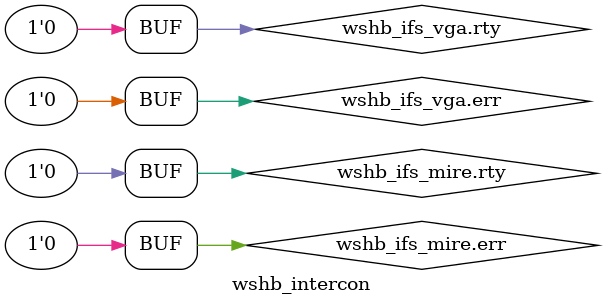
<source format=sv>
module wshb_intercon (
    wshb_if.slave wshb_ifs_mire, 
    wshb_if.slave wshb_ifs_vga, 
    wshb_if.master wshb_ifm 
);
logic token; 

always_ff @( posedge wshb_ifm.clk or posedge wshb_ifm.rst )
begin
    if (wshb_ifm.rst) token <= 0;
    else begin
            if ( (token == 0) & (wshb_ifs_mire.cyc == 0) ) token <= 1;
            else if ( (token == 1) & (wshb_ifs_vga.cyc == 0) ) token <=0 ;
        end
end


assign wshb_ifm.cyc = (!token) ? wshb_ifs_mire.cyc : wshb_ifs_vga.cyc;
assign wshb_ifm.stb = (!token) ? wshb_ifs_mire.stb : wshb_ifs_vga.stb;
assign wshb_ifm.adr = (!token) ? wshb_ifs_mire.adr : wshb_ifs_vga.adr;
assign wshb_ifm.we  = (!token) ? wshb_ifs_mire.we : wshb_ifs_vga.we;
assign wshb_ifm.dat_ms = (!token) ? wshb_ifs_mire.dat_ms : wshb_ifs_vga.dat_ms;
assign wshb_ifm.sel = (!token) ? wshb_ifs_mire.sel : wshb_ifs_vga.sel;
assign wshb_ifm.cti = (!token) ? wshb_ifs_mire.cti : wshb_ifs_vga.cti;
assign wshb_ifm.bte = (!token) ? wshb_ifs_mire.bte : wshb_ifs_vga.bte;


assign wshb_ifs_vga.ack = (token) ? wshb_ifm.ack : 0;
assign wshb_ifs_vga.dat_sm = wshb_ifm.dat_sm;
assign wshb_ifs_vga.err = '0;
assign wshb_ifs_vga.rty = '0;

assign wshb_ifs_mire.ack = (!token) ? wshb_ifm.ack : 0;
assign wshb_ifs_mire.err = '0;
assign wshb_ifs_mire.rty = '0;




endmodule
</source>
